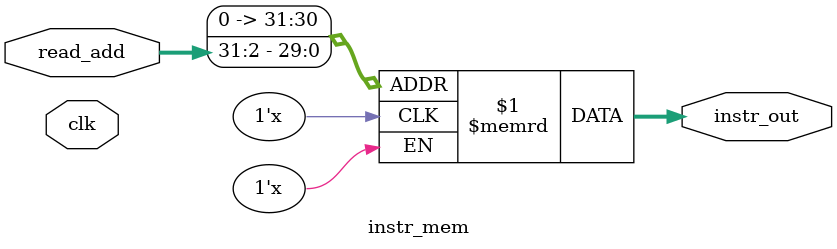
<source format=v>
module instr_mem(
    input  wire        clk,
    input  wire [31:0] read_add,
    output wire [31:0] instr_out
);

    reg [31:0] I_mem [0:63];

    // Word aligned access
    assign instr_out = I_mem[{2'b00, read_add[31:2]}];

endmodule
</source>
